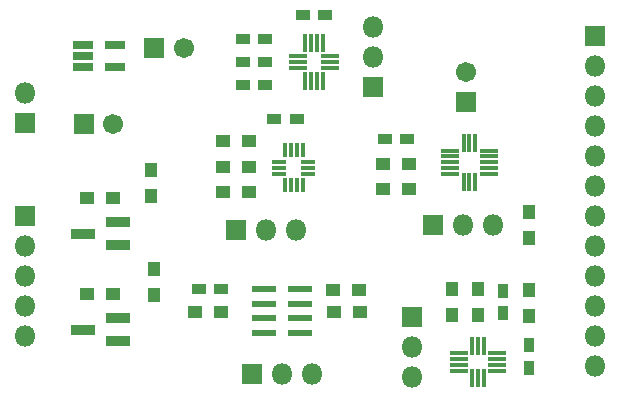
<source format=gts>
G04 #@! TF.FileFunction,Soldermask,Top*
%FSLAX46Y46*%
G04 Gerber Fmt 4.6, Leading zero omitted, Abs format (unit mm)*
G04 Created by KiCad (PCBNEW 4.0.7) date Friday, March 30, 2018 'PMt' 08:41:18 PM*
%MOMM*%
%LPD*%
G01*
G04 APERTURE LIST*
%ADD10C,0.100000*%
%ADD11R,2.101600X0.631600*%
%ADD12R,0.451600X1.501600*%
%ADD13R,1.501600X0.451600*%
%ADD14R,1.301600X0.451600*%
%ADD15R,0.451600X1.301600*%
%ADD16R,1.701600X1.701600*%
%ADD17C,1.701600*%
%ADD18R,1.801600X1.801600*%
%ADD19O,1.801600X1.801600*%
%ADD20R,2.001600X0.901600*%
%ADD21R,1.661600X0.751600*%
%ADD22R,0.351600X1.501600*%
%ADD23R,1.501600X0.351600*%
%ADD24R,1.301600X0.851600*%
%ADD25R,0.851600X1.301600*%
%ADD26R,1.301600X1.001600*%
%ADD27R,1.001600X1.301600*%
G04 APERTURE END LIST*
D10*
D11*
X120547000Y-139793500D03*
X123547000Y-139793500D03*
X120547000Y-141043500D03*
X120547000Y-142293500D03*
X120547000Y-143543500D03*
X123547000Y-143543500D03*
X123547000Y-142293500D03*
X123547000Y-141043500D03*
D12*
X137422000Y-130745500D03*
X137922000Y-130745500D03*
X138422000Y-130745500D03*
D13*
X139562000Y-130095500D03*
X139572000Y-129595500D03*
X139572000Y-129095500D03*
X139572000Y-128595500D03*
X139572000Y-128095500D03*
D12*
X138422000Y-127445500D03*
X137922000Y-127445500D03*
X137422000Y-127445500D03*
D13*
X136272000Y-128095500D03*
X136272000Y-128595500D03*
X136272000Y-129095500D03*
X136272000Y-129595500D03*
X136272000Y-130095500D03*
D14*
X121833000Y-130040000D03*
X121833000Y-129540000D03*
X121833000Y-129040000D03*
D15*
X122313000Y-128070000D03*
X122813000Y-128070000D03*
X123313000Y-128070000D03*
X123813000Y-128070000D03*
D14*
X124293000Y-130040000D03*
X124293000Y-129540000D03*
X124293000Y-129040000D03*
D15*
X122313000Y-131010000D03*
X122813000Y-131010000D03*
X123313000Y-131010000D03*
X123813000Y-131010000D03*
D16*
X105283000Y-125857000D03*
D17*
X107783000Y-125857000D03*
D16*
X111252000Y-119380000D03*
D17*
X113752000Y-119380000D03*
D16*
X137668000Y-123952000D03*
D17*
X137668000Y-121452000D03*
D18*
X100330000Y-125730000D03*
D19*
X100330000Y-123190000D03*
D18*
X148590000Y-118364000D03*
D19*
X148590000Y-120904000D03*
X148590000Y-123444000D03*
X148590000Y-125984000D03*
X148590000Y-128524000D03*
X148590000Y-131064000D03*
X148590000Y-133604000D03*
X148590000Y-136144000D03*
X148590000Y-138684000D03*
X148590000Y-141224000D03*
X148590000Y-143764000D03*
X148590000Y-146304000D03*
D18*
X129794000Y-122682000D03*
D19*
X129794000Y-120142000D03*
X129794000Y-117602000D03*
D18*
X133032500Y-142176500D03*
D19*
X133032500Y-144716500D03*
X133032500Y-147256500D03*
D18*
X118173500Y-134810500D03*
D19*
X120713500Y-134810500D03*
X123253500Y-134810500D03*
D18*
X119507000Y-147002500D03*
D19*
X122047000Y-147002500D03*
X124587000Y-147002500D03*
D18*
X134810500Y-134429500D03*
D19*
X137350500Y-134429500D03*
X139890500Y-134429500D03*
D20*
X108180000Y-136078000D03*
X108180000Y-134178000D03*
X105180000Y-135128000D03*
X108180000Y-144206000D03*
X108180000Y-142306000D03*
X105180000Y-143256000D03*
D21*
X105203000Y-119128500D03*
X105203000Y-120078500D03*
X105203000Y-121028500D03*
X107903000Y-121028500D03*
X107903000Y-119128500D03*
D18*
X100330000Y-133604000D03*
D19*
X100330000Y-136144000D03*
X100330000Y-138684000D03*
X100330000Y-141224000D03*
X100330000Y-143764000D03*
D22*
X138620500Y-144606500D03*
X138120500Y-144606500D03*
X139120500Y-144606500D03*
X138120500Y-147366500D03*
X138620500Y-147366500D03*
X139120500Y-147366500D03*
D23*
X137000500Y-145236500D03*
X137000500Y-145736500D03*
X137000500Y-146236500D03*
X137000500Y-146736500D03*
X140240500Y-146736500D03*
X140240500Y-146236500D03*
X140240500Y-145736500D03*
X140240500Y-145236500D03*
X123397500Y-120586500D03*
X123397500Y-121086500D03*
X123397500Y-120086500D03*
X126157500Y-121086500D03*
X126157500Y-120586500D03*
X126157500Y-120086500D03*
D22*
X124027500Y-122206500D03*
X124527500Y-122206500D03*
X125027500Y-122206500D03*
X125527500Y-122206500D03*
X125527500Y-118966500D03*
X125027500Y-118966500D03*
X124527500Y-118966500D03*
X124027500Y-118966500D03*
D24*
X123314500Y-125412500D03*
X121414500Y-125412500D03*
D25*
X140779500Y-141856500D03*
X140779500Y-139956500D03*
X143002000Y-146492000D03*
X143002000Y-144592000D03*
D24*
X125727500Y-116586000D03*
X123827500Y-116586000D03*
X132649000Y-127127000D03*
X130749000Y-127127000D03*
X116901000Y-139827000D03*
X115001000Y-139827000D03*
D26*
X105580000Y-132080000D03*
X107780000Y-132080000D03*
D27*
X110998000Y-129710000D03*
X110998000Y-131910000D03*
D26*
X105580000Y-140208000D03*
X107780000Y-140208000D03*
D27*
X111252000Y-138092000D03*
X111252000Y-140292000D03*
X138620500Y-142006500D03*
X138620500Y-139806500D03*
D26*
X119273500Y-129476500D03*
X117073500Y-129476500D03*
D27*
X143002000Y-142070000D03*
X143002000Y-139870000D03*
D26*
X119273500Y-131635500D03*
X117073500Y-131635500D03*
D27*
X136461500Y-142006500D03*
X136461500Y-139806500D03*
D26*
X119273500Y-127317500D03*
X117073500Y-127317500D03*
D24*
X118747500Y-118618000D03*
X120647500Y-118618000D03*
X120647500Y-120586500D03*
X118747500Y-120586500D03*
D26*
X126408000Y-139890500D03*
X128608000Y-139890500D03*
X116924000Y-141732000D03*
X114724000Y-141732000D03*
X128671500Y-141795500D03*
X126471500Y-141795500D03*
X132799000Y-129222500D03*
X130599000Y-129222500D03*
X132799000Y-131318000D03*
X130599000Y-131318000D03*
D27*
X143002000Y-133329500D03*
X143002000Y-135529500D03*
D24*
X120647500Y-122555000D03*
X118747500Y-122555000D03*
M02*

</source>
